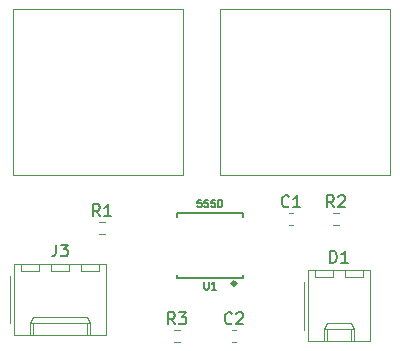
<source format=gbr>
%TF.GenerationSoftware,KiCad,Pcbnew,(5.99.0-11014-g82f3df4086)*%
%TF.CreationDate,2021-07-07T15:05:38-04:00*%
%TF.ProjectId,DigitimerPulseExtender,44696769-7469-46d6-9572-50756c736545,rev?*%
%TF.SameCoordinates,Original*%
%TF.FileFunction,Legend,Top*%
%TF.FilePolarity,Positive*%
%FSLAX46Y46*%
G04 Gerber Fmt 4.6, Leading zero omitted, Abs format (unit mm)*
G04 Created by KiCad (PCBNEW (5.99.0-11014-g82f3df4086)) date 2021-07-07 15:05:38*
%MOMM*%
%LPD*%
G01*
G04 APERTURE LIST*
%ADD10C,0.127000*%
%ADD11C,0.150000*%
%ADD12C,0.203200*%
%ADD13C,0.299720*%
%ADD14C,0.120000*%
%ADD15C,0.100000*%
G04 APERTURE END LIST*
D10*
%TO.C,U1*%
X52621542Y-61261171D02*
X52621542Y-61754657D01*
X52650571Y-61812714D01*
X52679600Y-61841742D01*
X52737657Y-61870771D01*
X52853771Y-61870771D01*
X52911828Y-61841742D01*
X52940857Y-61812714D01*
X52969885Y-61754657D01*
X52969885Y-61261171D01*
X53579485Y-61870771D02*
X53231142Y-61870771D01*
X53405314Y-61870771D02*
X53405314Y-61261171D01*
X53347257Y-61348257D01*
X53289200Y-61406314D01*
X53231142Y-61435342D01*
X52345771Y-54276171D02*
X52055485Y-54276171D01*
X52026457Y-54566457D01*
X52055485Y-54537428D01*
X52113542Y-54508400D01*
X52258685Y-54508400D01*
X52316742Y-54537428D01*
X52345771Y-54566457D01*
X52374800Y-54624514D01*
X52374800Y-54769657D01*
X52345771Y-54827714D01*
X52316742Y-54856742D01*
X52258685Y-54885771D01*
X52113542Y-54885771D01*
X52055485Y-54856742D01*
X52026457Y-54827714D01*
X52926342Y-54276171D02*
X52636057Y-54276171D01*
X52607028Y-54566457D01*
X52636057Y-54537428D01*
X52694114Y-54508400D01*
X52839257Y-54508400D01*
X52897314Y-54537428D01*
X52926342Y-54566457D01*
X52955371Y-54624514D01*
X52955371Y-54769657D01*
X52926342Y-54827714D01*
X52897314Y-54856742D01*
X52839257Y-54885771D01*
X52694114Y-54885771D01*
X52636057Y-54856742D01*
X52607028Y-54827714D01*
X53506914Y-54276171D02*
X53216628Y-54276171D01*
X53187600Y-54566457D01*
X53216628Y-54537428D01*
X53274685Y-54508400D01*
X53419828Y-54508400D01*
X53477885Y-54537428D01*
X53506914Y-54566457D01*
X53535942Y-54624514D01*
X53535942Y-54769657D01*
X53506914Y-54827714D01*
X53477885Y-54856742D01*
X53419828Y-54885771D01*
X53274685Y-54885771D01*
X53216628Y-54856742D01*
X53187600Y-54827714D01*
X53797200Y-54885771D02*
X53797200Y-54276171D01*
X53942342Y-54276171D01*
X54029428Y-54305200D01*
X54087485Y-54363257D01*
X54116514Y-54421314D01*
X54145542Y-54537428D01*
X54145542Y-54624514D01*
X54116514Y-54740628D01*
X54087485Y-54798685D01*
X54029428Y-54856742D01*
X53942342Y-54885771D01*
X53797200Y-54885771D01*
D11*
%TO.C,R3*%
X50125333Y-64808380D02*
X49792000Y-64332190D01*
X49553904Y-64808380D02*
X49553904Y-63808380D01*
X49934857Y-63808380D01*
X50030095Y-63856000D01*
X50077714Y-63903619D01*
X50125333Y-63998857D01*
X50125333Y-64141714D01*
X50077714Y-64236952D01*
X50030095Y-64284571D01*
X49934857Y-64332190D01*
X49553904Y-64332190D01*
X50458666Y-63808380D02*
X51077714Y-63808380D01*
X50744380Y-64189333D01*
X50887238Y-64189333D01*
X50982476Y-64236952D01*
X51030095Y-64284571D01*
X51077714Y-64379809D01*
X51077714Y-64617904D01*
X51030095Y-64713142D01*
X50982476Y-64760761D01*
X50887238Y-64808380D01*
X50601523Y-64808380D01*
X50506285Y-64760761D01*
X50458666Y-64713142D01*
%TO.C,R2*%
X63587333Y-54902380D02*
X63254000Y-54426190D01*
X63015904Y-54902380D02*
X63015904Y-53902380D01*
X63396857Y-53902380D01*
X63492095Y-53950000D01*
X63539714Y-53997619D01*
X63587333Y-54092857D01*
X63587333Y-54235714D01*
X63539714Y-54330952D01*
X63492095Y-54378571D01*
X63396857Y-54426190D01*
X63015904Y-54426190D01*
X63968285Y-53997619D02*
X64015904Y-53950000D01*
X64111142Y-53902380D01*
X64349238Y-53902380D01*
X64444476Y-53950000D01*
X64492095Y-53997619D01*
X64539714Y-54092857D01*
X64539714Y-54188095D01*
X64492095Y-54330952D01*
X63920666Y-54902380D01*
X64539714Y-54902380D01*
%TO.C,R1*%
X43775333Y-55664380D02*
X43442000Y-55188190D01*
X43203904Y-55664380D02*
X43203904Y-54664380D01*
X43584857Y-54664380D01*
X43680095Y-54712000D01*
X43727714Y-54759619D01*
X43775333Y-54854857D01*
X43775333Y-54997714D01*
X43727714Y-55092952D01*
X43680095Y-55140571D01*
X43584857Y-55188190D01*
X43203904Y-55188190D01*
X44727714Y-55664380D02*
X44156285Y-55664380D01*
X44442000Y-55664380D02*
X44442000Y-54664380D01*
X44346761Y-54807238D01*
X44251523Y-54902476D01*
X44156285Y-54950095D01*
%TO.C,J3*%
X40052666Y-58070380D02*
X40052666Y-58784666D01*
X40005047Y-58927523D01*
X39909809Y-59022761D01*
X39766952Y-59070380D01*
X39671714Y-59070380D01*
X40433619Y-58070380D02*
X41052666Y-58070380D01*
X40719333Y-58451333D01*
X40862190Y-58451333D01*
X40957428Y-58498952D01*
X41005047Y-58546571D01*
X41052666Y-58641809D01*
X41052666Y-58879904D01*
X41005047Y-58975142D01*
X40957428Y-59022761D01*
X40862190Y-59070380D01*
X40576476Y-59070380D01*
X40481238Y-59022761D01*
X40433619Y-58975142D01*
%TO.C,D1*%
X63269904Y-59598380D02*
X63269904Y-58598380D01*
X63508000Y-58598380D01*
X63650857Y-58646000D01*
X63746095Y-58741238D01*
X63793714Y-58836476D01*
X63841333Y-59026952D01*
X63841333Y-59169809D01*
X63793714Y-59360285D01*
X63746095Y-59455523D01*
X63650857Y-59550761D01*
X63508000Y-59598380D01*
X63269904Y-59598380D01*
X64793714Y-59598380D02*
X64222285Y-59598380D01*
X64508000Y-59598380D02*
X64508000Y-58598380D01*
X64412761Y-58741238D01*
X64317523Y-58836476D01*
X64222285Y-58884095D01*
%TO.C,C2*%
X54951333Y-64713142D02*
X54903714Y-64760761D01*
X54760857Y-64808380D01*
X54665619Y-64808380D01*
X54522761Y-64760761D01*
X54427523Y-64665523D01*
X54379904Y-64570285D01*
X54332285Y-64379809D01*
X54332285Y-64236952D01*
X54379904Y-64046476D01*
X54427523Y-63951238D01*
X54522761Y-63856000D01*
X54665619Y-63808380D01*
X54760857Y-63808380D01*
X54903714Y-63856000D01*
X54951333Y-63903619D01*
X55332285Y-63903619D02*
X55379904Y-63856000D01*
X55475142Y-63808380D01*
X55713238Y-63808380D01*
X55808476Y-63856000D01*
X55856095Y-63903619D01*
X55903714Y-63998857D01*
X55903714Y-64094095D01*
X55856095Y-64236952D01*
X55284666Y-64808380D01*
X55903714Y-64808380D01*
%TO.C,C1*%
X59777333Y-54807142D02*
X59729714Y-54854761D01*
X59586857Y-54902380D01*
X59491619Y-54902380D01*
X59348761Y-54854761D01*
X59253523Y-54759523D01*
X59205904Y-54664285D01*
X59158285Y-54473809D01*
X59158285Y-54330952D01*
X59205904Y-54140476D01*
X59253523Y-54045238D01*
X59348761Y-53950000D01*
X59491619Y-53902380D01*
X59586857Y-53902380D01*
X59729714Y-53950000D01*
X59777333Y-53997619D01*
X60729714Y-54902380D02*
X60158285Y-54902380D01*
X60444000Y-54902380D02*
X60444000Y-53902380D01*
X60348761Y-54045238D01*
X60253523Y-54140476D01*
X60158285Y-54188095D01*
D12*
%TO.C,U1*%
X55852060Y-55399940D02*
X50319940Y-55399940D01*
X50319940Y-60932060D02*
X55852060Y-60932060D01*
X50319940Y-60604400D02*
X50319940Y-60932060D01*
X50319940Y-55399940D02*
X50319940Y-55727600D01*
X55852060Y-55727600D02*
X55852060Y-55399940D01*
X55852060Y-60932060D02*
X55852060Y-60604400D01*
D13*
X55285640Y-61358780D02*
G75*
G03*
X55285640Y-61358780I-149860J0D01*
G01*
D14*
%TO.C,R3*%
X50054742Y-65263500D02*
X50529258Y-65263500D01*
X50054742Y-66308500D02*
X50529258Y-66308500D01*
%TO.C,R2*%
X63516742Y-55357500D02*
X63991258Y-55357500D01*
X63516742Y-56402500D02*
X63991258Y-56402500D01*
%TO.C,R1*%
X43704742Y-56119500D02*
X44179258Y-56119500D01*
X43704742Y-57164500D02*
X44179258Y-57164500D01*
%TO.C,J3*%
X36466000Y-59708000D02*
X36466000Y-65728000D01*
X36466000Y-65728000D02*
X44306000Y-65728000D01*
X44306000Y-65728000D02*
X44306000Y-59708000D01*
X44306000Y-59708000D02*
X36466000Y-59708000D01*
X36176000Y-60738000D02*
X36176000Y-64738000D01*
X37846000Y-65728000D02*
X37846000Y-64728000D01*
X37846000Y-64728000D02*
X42926000Y-64728000D01*
X42926000Y-64728000D02*
X42926000Y-65728000D01*
X37846000Y-64728000D02*
X38096000Y-64198000D01*
X38096000Y-64198000D02*
X42676000Y-64198000D01*
X42676000Y-64198000D02*
X42926000Y-64728000D01*
X38096000Y-65728000D02*
X38096000Y-64728000D01*
X42676000Y-65728000D02*
X42676000Y-64728000D01*
X37046000Y-59708000D02*
X37046000Y-60308000D01*
X37046000Y-60308000D02*
X38646000Y-60308000D01*
X38646000Y-60308000D02*
X38646000Y-59708000D01*
X39586000Y-59708000D02*
X39586000Y-60308000D01*
X39586000Y-60308000D02*
X41186000Y-60308000D01*
X41186000Y-60308000D02*
X41186000Y-59708000D01*
X42126000Y-59708000D02*
X42126000Y-60308000D01*
X42126000Y-60308000D02*
X43726000Y-60308000D01*
X43726000Y-60308000D02*
X43726000Y-59708000D01*
D15*
%TO.C,J2*%
X36427000Y-52196464D02*
X36427000Y-38096464D01*
X50827000Y-52196464D02*
X36427000Y-52196464D01*
X50827000Y-38096464D02*
X50827000Y-52196464D01*
X36427000Y-38096464D02*
X50827000Y-38096464D01*
%TO.C,J1*%
X53927000Y-52196464D02*
X53927000Y-38096464D01*
X68327000Y-52196464D02*
X53927000Y-52196464D01*
X68327000Y-38096464D02*
X68327000Y-52196464D01*
X53927000Y-38096464D02*
X68327000Y-38096464D01*
D14*
%TO.C,D1*%
X61358000Y-60236000D02*
X61358000Y-66256000D01*
X61358000Y-66256000D02*
X66658000Y-66256000D01*
X66658000Y-66256000D02*
X66658000Y-60236000D01*
X66658000Y-60236000D02*
X61358000Y-60236000D01*
X61068000Y-61266000D02*
X61068000Y-65266000D01*
X62738000Y-66256000D02*
X62738000Y-65256000D01*
X62738000Y-65256000D02*
X65278000Y-65256000D01*
X65278000Y-65256000D02*
X65278000Y-66256000D01*
X62738000Y-65256000D02*
X62988000Y-64726000D01*
X62988000Y-64726000D02*
X65028000Y-64726000D01*
X65028000Y-64726000D02*
X65278000Y-65256000D01*
X62988000Y-66256000D02*
X62988000Y-65256000D01*
X65028000Y-66256000D02*
X65028000Y-65256000D01*
X61938000Y-60236000D02*
X61938000Y-60836000D01*
X61938000Y-60836000D02*
X63538000Y-60836000D01*
X63538000Y-60836000D02*
X63538000Y-60236000D01*
X64478000Y-60236000D02*
X64478000Y-60836000D01*
X64478000Y-60836000D02*
X66078000Y-60836000D01*
X66078000Y-60836000D02*
X66078000Y-60236000D01*
%TO.C,C2*%
X54977420Y-65276000D02*
X55258580Y-65276000D01*
X54977420Y-66296000D02*
X55258580Y-66296000D01*
%TO.C,C1*%
X59803420Y-55370000D02*
X60084580Y-55370000D01*
X59803420Y-56390000D02*
X60084580Y-56390000D01*
%TD*%
M02*

</source>
